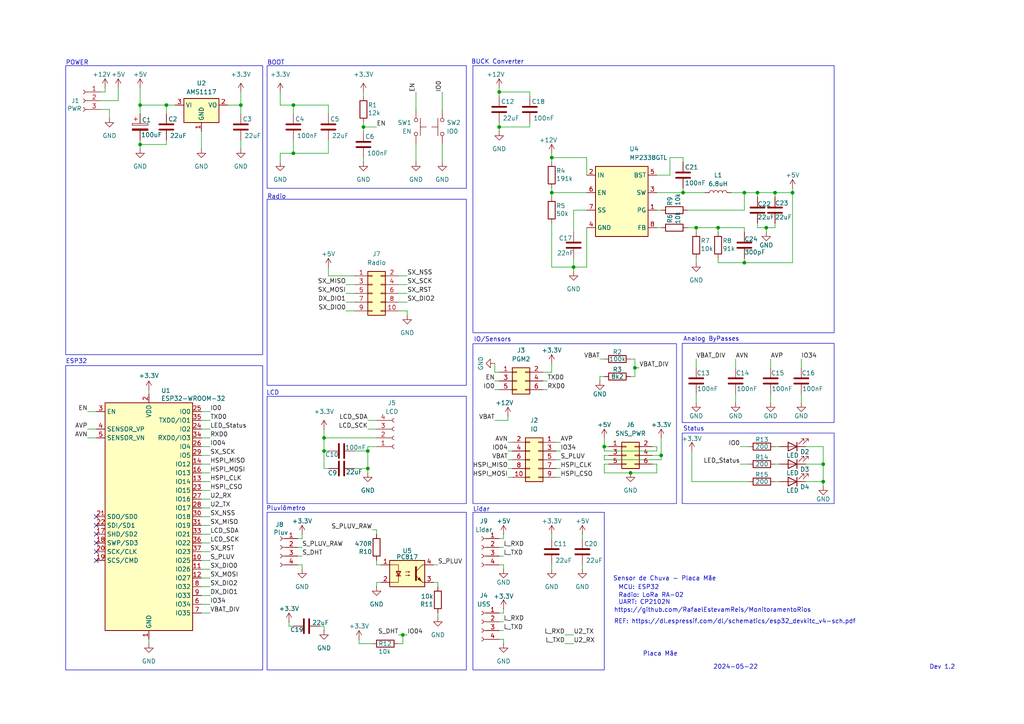
<source format=kicad_sch>
(kicad_sch (version 20231120) (generator "eeschema") (generator_version "8.0")
  (paper "A4")
  (junction (at 224.79 55.88))
  (junction (at 69.85 30.48))
  (junction (at 40.64 41.91))
  (junction (at 116.84 184.15))
  (junction (at 238.76 134.62))
  (junction (at 191.77 132.08))
  (junction (at 175.26 129.54))
  (junction (at 85.09 30.48))
  (junction (at 144.78 26.67))
  (junction (at 48.26 30.48))
  (junction (at 93.98 130.81))
  (junction (at 106.68 135.89))
  (junction (at 106.68 130.81))
  (junction (at 184.15 106.68))
  (junction (at 166.37 77.47))
  (junction (at 182.88 137.16))
  (junction (at 229.87 55.88))
  (junction (at 215.9 76.2))
  (junction (at 144.78 36.83))
  (junction (at 219.71 55.88))
  (junction (at 215.9 55.88))
  (junction (at 198.12 55.88))
  (junction (at 105.41 36.83))
  (junction (at 222.25 66.04))
  (junction (at 85.09 44.45))
  (junction (at 160.02 55.88))
  (junction (at 238.76 139.7))
  (junction (at 208.28 66.04))
  (junction (at 201.93 66.04))
  (junction (at 40.64 30.48))
  (junction (at 93.98 127))
  (junction (at 160.02 45.72))
  (no_connect (at 27.94 160.02))
  (no_connect (at 27.94 149.86))
  (no_connect (at 27.94 162.56))
  (no_connect (at 27.94 152.4))
  (no_connect (at 27.94 157.48))
  (no_connect (at 27.94 154.94))
  (wire (pts (xy 81.28 26.67) (xy 81.28 30.48)))
  (wire (pts (xy 127 177.8) (xy 127 179.07)))
  (wire (pts (xy 160.02 55.88) (xy 170.18 55.88)))
  (wire (pts (xy 58.42 147.32) (xy 60.96 147.32)))
  (wire (pts (xy 93.98 130.81) (xy 93.98 127)))
  (wire (pts (xy 58.42 142.24) (xy 60.96 142.24)))
  (wire (pts (xy 144.78 177.8) (xy 146.05 177.8)))
  (wire (pts (xy 106.68 124.46) (xy 109.22 124.46)))
  (wire (pts (xy 66.04 30.48) (xy 69.85 30.48)))
  (wire (pts (xy 100.33 85.09) (xy 102.87 85.09)))
  (wire (pts (xy 215.9 60.96) (xy 215.9 55.88)))
  (wire (pts (xy 106.68 129.54) (xy 109.22 129.54)))
  (wire (pts (xy 48.26 40.64) (xy 48.26 41.91)))
  (wire (pts (xy 104.14 185.42) (xy 104.14 186.69)))
  (wire (pts (xy 144.78 36.83) (xy 144.78 38.1)))
  (wire (pts (xy 160.02 163.83) (xy 160.02 165.1)))
  (wire (pts (xy 224.79 66.04) (xy 224.79 64.77)))
  (wire (pts (xy 115.57 85.09) (xy 118.11 85.09)))
  (wire (pts (xy 93.98 130.81) (xy 95.25 130.81)))
  (wire (pts (xy 175.26 127) (xy 175.26 129.54)))
  (wire (pts (xy 233.68 134.62) (xy 238.76 134.62)))
  (wire (pts (xy 175.26 137.16) (xy 182.88 137.16)))
  (wire (pts (xy 160.02 107.95) (xy 157.48 107.95)))
  (wire (pts (xy 144.78 26.67) (xy 144.78 27.94)))
  (wire (pts (xy 143.51 113.03) (xy 144.78 113.03)))
  (wire (pts (xy 100.33 82.55) (xy 102.87 82.55)))
  (wire (pts (xy 125.73 168.91) (xy 127 168.91)))
  (wire (pts (xy 58.42 119.38) (xy 60.96 119.38)))
  (wire (pts (xy 106.68 130.81) (xy 106.68 129.54)))
  (wire (pts (xy 58.42 172.72) (xy 60.96 172.72)))
  (wire (pts (xy 160.02 45.72) (xy 170.18 45.72)))
  (wire (pts (xy 83.82 181.61) (xy 85.09 181.61)))
  (wire (pts (xy 81.28 46.99) (xy 81.28 44.45)))
  (wire (pts (xy 58.42 139.7) (xy 60.96 139.7)))
  (wire (pts (xy 58.42 175.26) (xy 60.96 175.26)))
  (wire (pts (xy 147.32 128.27) (xy 148.59 128.27)))
  (wire (pts (xy 200.66 139.7) (xy 217.17 139.7)))
  (wire (pts (xy 182.88 137.16) (xy 190.5 137.16)))
  (wire (pts (xy 58.42 167.64) (xy 60.96 167.64)))
  (wire (pts (xy 102.87 135.89) (xy 106.68 135.89)))
  (wire (pts (xy 58.42 152.4) (xy 60.96 152.4)))
  (wire (pts (xy 147.32 121.92) (xy 147.32 120.65)))
  (wire (pts (xy 198.12 45.72) (xy 198.12 46.99)))
  (wire (pts (xy 109.22 168.91) (xy 110.49 168.91)))
  (wire (pts (xy 144.78 35.56) (xy 144.78 36.83)))
  (wire (pts (xy 160.02 46.99) (xy 160.02 45.72)))
  (wire (pts (xy 161.29 133.35) (xy 162.56 133.35)))
  (wire (pts (xy 214.63 129.54) (xy 217.17 129.54)))
  (wire (pts (xy 115.57 90.17) (xy 118.11 90.17)))
  (wire (pts (xy 170.18 50.8) (xy 170.18 45.72)))
  (wire (pts (xy 223.52 114.3) (xy 223.52 116.84)))
  (wire (pts (xy 144.78 180.34) (xy 146.05 180.34)))
  (wire (pts (xy 143.51 105.41) (xy 143.51 107.95)))
  (wire (pts (xy 166.37 74.93) (xy 166.37 77.47)))
  (wire (pts (xy 58.42 149.86) (xy 60.96 149.86)))
  (wire (pts (xy 102.87 130.81) (xy 106.68 130.81)))
  (wire (pts (xy 215.9 66.04) (xy 208.28 66.04)))
  (wire (pts (xy 95.25 80.01) (xy 102.87 80.01)))
  (wire (pts (xy 147.32 138.43) (xy 148.59 138.43)))
  (wire (pts (xy 190.5 130.81) (xy 175.26 130.81)))
  (wire (pts (xy 153.67 27.94) (xy 153.67 26.67)))
  (wire (pts (xy 163.83 184.15) (xy 166.37 184.15)))
  (wire (pts (xy 58.42 38.1) (xy 58.42 43.18)))
  (wire (pts (xy 194.31 50.8) (xy 194.31 45.72)))
  (wire (pts (xy 199.39 60.96) (xy 215.9 60.96)))
  (wire (pts (xy 34.29 29.21) (xy 34.29 25.4)))
  (wire (pts (xy 105.41 45.72) (xy 105.41 46.99)))
  (wire (pts (xy 120.65 41.91) (xy 120.65 46.99)))
  (wire (pts (xy 219.71 55.88) (xy 219.71 57.15)))
  (wire (pts (xy 160.02 154.94) (xy 160.02 156.21)))
  (wire (pts (xy 146.05 177.8) (xy 146.05 176.53)))
  (wire (pts (xy 40.64 25.4) (xy 40.64 30.48)))
  (wire (pts (xy 200.66 130.81) (xy 200.66 139.7)))
  (wire (pts (xy 58.42 154.94) (xy 60.96 154.94)))
  (wire (pts (xy 100.33 90.17) (xy 102.87 90.17)))
  (wire (pts (xy 153.67 36.83) (xy 144.78 36.83)))
  (wire (pts (xy 157.48 113.03) (xy 158.75 113.03)))
  (wire (pts (xy 95.25 30.48) (xy 95.25 33.02)))
  (wire (pts (xy 106.68 135.89) (xy 106.68 130.81)))
  (wire (pts (xy 81.28 44.45) (xy 85.09 44.45)))
  (wire (pts (xy 143.51 110.49) (xy 144.78 110.49)))
  (wire (pts (xy 109.22 170.18) (xy 109.22 168.91)))
  (wire (pts (xy 238.76 139.7) (xy 238.76 140.97)))
  (wire (pts (xy 160.02 64.77) (xy 160.02 77.47)))
  (wire (pts (xy 215.9 74.93) (xy 215.9 76.2)))
  (wire (pts (xy 30.48 26.67) (xy 29.21 26.67)))
  (wire (pts (xy 93.98 182.88) (xy 93.98 181.61)))
  (wire (pts (xy 224.79 139.7) (xy 226.06 139.7)))
  (wire (pts (xy 58.42 157.48) (xy 60.96 157.48)))
  (wire (pts (xy 115.57 184.15) (xy 116.84 184.15)))
  (wire (pts (xy 223.52 104.14) (xy 223.52 106.68)))
  (wire (pts (xy 232.41 104.14) (xy 232.41 106.68)))
  (wire (pts (xy 29.21 29.21) (xy 34.29 29.21)))
  (wire (pts (xy 201.93 114.3) (xy 201.93 116.84)))
  (wire (pts (xy 58.42 137.16) (xy 60.96 137.16)))
  (wire (pts (xy 48.26 30.48) (xy 50.8 30.48)))
  (wire (pts (xy 58.42 134.62) (xy 60.96 134.62)))
  (wire (pts (xy 238.76 134.62) (xy 238.76 139.7)))
  (wire (pts (xy 109.22 153.67) (xy 109.22 154.94)))
  (wire (pts (xy 168.91 154.94) (xy 168.91 156.21)))
  (wire (pts (xy 30.48 25.4) (xy 30.48 26.67)))
  (wire (pts (xy 106.68 121.92) (xy 109.22 121.92)))
  (wire (pts (xy 166.37 77.47) (xy 170.18 77.47)))
  (wire (pts (xy 87.63 163.83) (xy 87.63 165.1)))
  (wire (pts (xy 85.09 44.45) (xy 95.25 44.45)))
  (wire (pts (xy 105.41 27.94) (xy 105.41 26.67)))
  (wire (pts (xy 43.18 185.42) (xy 43.18 186.69)))
  (wire (pts (xy 175.26 133.35) (xy 191.77 133.35)))
  (wire (pts (xy 104.14 186.69) (xy 107.95 186.69)))
  (wire (pts (xy 175.26 132.08) (xy 175.26 133.35)))
  (wire (pts (xy 143.51 121.92) (xy 147.32 121.92)))
  (wire (pts (xy 69.85 30.48) (xy 69.85 33.02)))
  (wire (pts (xy 176.53 134.62) (xy 175.26 134.62)))
  (wire (pts (xy 175.26 130.81) (xy 175.26 129.54)))
  (wire (pts (xy 95.25 44.45) (xy 95.25 40.64)))
  (wire (pts (xy 69.85 26.67) (xy 69.85 30.48)))
  (wire (pts (xy 109.22 163.83) (xy 109.22 162.56)))
  (wire (pts (xy 182.88 104.14) (xy 184.15 104.14)))
  (wire (pts (xy 215.9 66.04) (xy 215.9 67.31)))
  (wire (pts (xy 115.57 80.01) (xy 118.11 80.01)))
  (wire (pts (xy 105.41 36.83) (xy 109.22 36.83)))
  (wire (pts (xy 85.09 30.48) (xy 95.25 30.48)))
  (wire (pts (xy 85.09 40.64) (xy 85.09 44.45)))
  (wire (pts (xy 153.67 35.56) (xy 153.67 36.83)))
  (wire (pts (xy 224.79 134.62) (xy 226.06 134.62)))
  (wire (pts (xy 190.5 50.8) (xy 194.31 50.8)))
  (wire (pts (xy 175.26 134.62) (xy 175.26 137.16)))
  (wire (pts (xy 93.98 127) (xy 109.22 127)))
  (wire (pts (xy 31.75 31.75) (xy 31.75 34.29)))
  (wire (pts (xy 215.9 76.2) (xy 229.87 76.2)))
  (wire (pts (xy 161.29 135.89) (xy 162.56 135.89)))
  (wire (pts (xy 201.93 74.93) (xy 201.93 76.2)))
  (wire (pts (xy 224.79 129.54) (xy 226.06 129.54)))
  (wire (pts (xy 160.02 44.45) (xy 160.02 45.72)))
  (wire (pts (xy 69.85 40.64) (xy 69.85 43.18)))
  (wire (pts (xy 58.42 177.8) (xy 60.96 177.8)))
  (wire (pts (xy 58.42 124.46) (xy 60.96 124.46)))
  (wire (pts (xy 214.63 134.62) (xy 217.17 134.62)))
  (wire (pts (xy 147.32 135.89) (xy 148.59 135.89)))
  (wire (pts (xy 229.87 76.2) (xy 229.87 55.88)))
  (wire (pts (xy 115.57 82.55) (xy 118.11 82.55)))
  (wire (pts (xy 208.28 76.2) (xy 215.9 76.2)))
  (wire (pts (xy 40.64 33.02) (xy 40.64 30.48)))
  (wire (pts (xy 58.42 170.18) (xy 60.96 170.18)))
  (wire (pts (xy 222.25 66.04) (xy 224.79 66.04)))
  (wire (pts (xy 58.42 160.02) (xy 60.96 160.02)))
  (wire (pts (xy 201.93 66.04) (xy 201.93 67.31)))
  (wire (pts (xy 199.39 66.04) (xy 201.93 66.04)))
  (wire (pts (xy 93.98 135.89) (xy 95.25 135.89)))
  (wire (pts (xy 118.11 87.63) (xy 115.57 87.63)))
  (wire (pts (xy 190.5 66.04) (xy 191.77 66.04)))
  (wire (pts (xy 160.02 105.41) (xy 160.02 107.95)))
  (wire (pts (xy 85.09 30.48) (xy 85.09 33.02)))
  (wire (pts (xy 25.4 124.46) (xy 27.94 124.46)))
  (wire (pts (xy 58.42 162.56) (xy 60.96 162.56)))
  (wire (pts (xy 58.42 127) (xy 60.96 127)))
  (wire (pts (xy 25.4 127) (xy 27.94 127)))
  (wire (pts (xy 43.18 113.03) (xy 43.18 114.3)))
  (wire (pts (xy 189.23 129.54) (xy 190.5 129.54)))
  (wire (pts (xy 87.63 156.21) (xy 86.36 156.21)))
  (wire (pts (xy 176.53 132.08) (xy 175.26 132.08)))
  (wire (pts (xy 184.15 106.68) (xy 185.42 106.68)))
  (wire (pts (xy 105.41 35.56) (xy 105.41 36.83)))
  (wire (pts (xy 128.27 26.67) (xy 128.27 31.75)))
  (wire (pts (xy 213.36 114.3) (xy 213.36 116.84)))
  (wire (pts (xy 175.26 129.54) (xy 176.53 129.54)))
  (wire (pts (xy 170.18 66.04) (xy 170.18 77.47)))
  (wire (pts (xy 86.36 163.83) (xy 87.63 163.83)))
  (wire (pts (xy 120.65 26.67) (xy 120.65 31.75)))
  (wire (pts (xy 83.82 180.34) (xy 83.82 181.61)))
  (wire (pts (xy 93.98 181.61) (xy 92.71 181.61)))
  (wire (pts (xy 194.31 45.72) (xy 198.12 45.72)))
  (wire (pts (xy 118.11 90.17) (xy 118.11 91.44)))
  (wire (pts (xy 229.87 54.61) (xy 229.87 55.88)))
  (wire (pts (xy 116.84 184.15) (xy 118.11 184.15)))
  (wire (pts (xy 100.33 87.63) (xy 102.87 87.63)))
  (wire (pts (xy 95.25 77.47) (xy 95.25 80.01)))
  (wire (pts (xy 173.99 109.22) (xy 175.26 109.22)))
  (wire (pts (xy 201.93 104.14) (xy 201.93 106.68)))
  (wire (pts (xy 40.64 30.48) (xy 48.26 30.48)))
  (wire (pts (xy 87.63 154.94) (xy 87.63 156.21)))
  (wire (pts (xy 198.12 55.88) (xy 198.12 54.61)))
  (wire (pts (xy 198.12 55.88) (xy 204.47 55.88)))
  (wire (pts (xy 208.28 74.93) (xy 208.28 76.2)))
  (wire (pts (xy 161.29 128.27) (xy 162.56 128.27)))
  (wire (pts (xy 116.84 186.69) (xy 116.84 184.15)))
  (wire (pts (xy 93.98 124.46) (xy 93.98 127)))
  (wire (pts (xy 115.57 186.69) (xy 116.84 186.69)))
  (wire (pts (xy 190.5 134.62) (xy 189.23 134.62)))
  (wire (pts (xy 212.09 55.88) (xy 215.9 55.88)))
  (wire (pts (xy 58.42 121.92) (xy 60.96 121.92)))
  (wire (pts (xy 107.95 153.67) (xy 109.22 153.67)))
  (wire (pts (xy 146.05 185.42) (xy 146.05 186.69)))
  (wire (pts (xy 40.64 41.91) (xy 40.64 43.18)))
  (wire (pts (xy 144.78 158.75) (xy 146.05 158.75)))
  (wire (pts (xy 153.67 26.67) (xy 144.78 26.67)))
  (wire (pts (xy 219.71 64.77) (xy 219.71 66.04)))
  (wire (pts (xy 110.49 163.83) (xy 109.22 163.83)))
  (wire (pts (xy 29.21 31.75) (xy 31.75 31.75)))
  (wire (pts (xy 157.48 110.49) (xy 158.75 110.49)))
  (wire (pts (xy 86.36 158.75) (xy 87.63 158.75)))
  (wire (pts (xy 48.26 30.48) (xy 48.26 33.02)))
  (wire (pts (xy 215.9 55.88) (xy 219.71 55.88)))
  (wire (pts (xy 213.36 104.14) (xy 213.36 106.68)))
  (wire (pts (xy 160.02 54.61) (xy 160.02 55.88)))
  (wire (pts (xy 233.68 129.54) (xy 238.76 129.54)))
  (wire (pts (xy 147.32 130.81) (xy 148.59 130.81)))
  (wire (pts (xy 219.71 55.88) (xy 224.79 55.88)))
  (wire (pts (xy 166.37 60.96) (xy 166.37 67.31)))
  (wire (pts (xy 81.28 30.48) (xy 85.09 30.48)))
  (wire (pts (xy 93.98 135.89) (xy 93.98 130.81)))
  (wire (pts (xy 163.83 186.69) (xy 166.37 186.69)))
  (wire (pts (xy 184.15 109.22) (xy 182.88 109.22)))
  (wire (pts (xy 144.78 161.29) (xy 146.05 161.29)))
  (wire (pts (xy 146.05 156.21) (xy 146.05 154.94)))
  (wire (pts (xy 190.5 129.54) (xy 190.5 130.81)))
  (wire (pts (xy 201.93 66.04) (xy 208.28 66.04)))
  (wire (pts (xy 127 168.91) (xy 127 170.18)))
  (wire (pts (xy 173.99 109.22) (xy 173.99 110.49)))
  (wire (pts (xy 40.64 40.64) (xy 40.64 41.91)))
  (wire (pts (xy 238.76 129.54) (xy 238.76 134.62)))
  (wire (pts (xy 125.73 163.83) (xy 127 163.83)))
  (wire (pts (xy 144.78 156.21) (xy 146.05 156.21)))
  (wire (pts (xy 184.15 106.68) (xy 184.15 109.22)))
  (wire (pts (xy 166.37 78.74) (xy 166.37 77.47)))
  (wire (pts (xy 160.02 55.88) (xy 160.02 57.15)))
  (wire (pts (xy 219.71 66.04) (xy 222.25 66.04)))
  (wire (pts (xy 190.5 137.16) (xy 190.5 134.62)))
  (wire (pts (xy 128.27 41.91) (xy 128.27 46.99)))
  (wire (pts (xy 25.4 119.38) (xy 27.94 119.38)))
  (wire (pts (xy 40.64 41.91) (xy 48.26 41.91)))
  (wire (pts (xy 147.32 133.35) (xy 148.59 133.35)))
  (wire (pts (xy 86.36 161.29) (xy 87.63 161.29)))
  (wire (pts (xy 173.99 104.14) (xy 175.26 104.14)))
  (wire (pts (xy 222.25 66.04) (xy 222.25 67.31)))
  (wire (pts (xy 191.77 133.35) (xy 191.77 132.08)))
  (wire (pts (xy 168.91 163.83) (xy 168.91 165.1)))
  (wire (pts (xy 143.51 107.95) (xy 144.78 107.95)))
  (wire (pts (xy 106.68 137.16) (xy 106.68 135.89)))
  (wire (pts (xy 58.42 144.78) (xy 60.96 144.78)))
  (wire (pts (xy 146.05 163.83) (xy 146.05 165.1)))
  (wire (pts (xy 144.78 185.42) (xy 146.05 185.42)))
  (wire (pts (xy 144.78 163.83) (xy 146.05 163.83)))
  (wire (pts (xy 105.41 36.83) (xy 105.41 38.1)))
  (wire (pts (xy 170.18 60.96) (xy 166.37 60.96)))
  (wire (pts (xy 161.29 138.43) (xy 162.56 138.43)))
  (wire (pts (xy 144.78 25.4) (xy 144.78 26.67)))
  (wire (pts (xy 161.29 130.81) (xy 162.56 130.81)))
  (wire (pts (xy 224.79 55.88) (xy 229.87 55.88)))
  (wire (pts (xy 190.5 60.96) (xy 191.77 60.96)))
  (wire (pts (xy 58.42 129.54) (xy 60.96 129.54)))
  (wire (pts (xy 190.5 55.88) (xy 198.12 55.88)))
  (wire (pts (xy 232.41 114.3) (xy 232.41 116.84)))
  (wire (pts (xy 160.02 77.47) (xy 166.37 77.47)))
  (wire (pts (xy 184.15 104.14) (xy 184.15 106.68)))
  (wire (pts (xy 58.42 165.1) (xy 60.96 165.1)))
  (wire (pts (xy 58.42 132.08) (xy 60.96 132.08)))
  (wire (pts (xy 191.77 127) (xy 191.77 132.08)))
  (wire (pts (xy 144.78 182.88) (xy 146.05 182.88)))
  (wire (pts (xy 224.79 55.88) (xy 224.79 57.15)))
  (wire (pts (xy 191.77 132.08) (xy 189.23 132.08)))
  (wire (pts (xy 208.28 66.04) (xy 208.28 67.31)))
  (wire (pts (xy 233.68 139.7) (xy 238.76 139.7)))
  (rectangle (start 77.47 148.59) (end 135.255 194.31))
  (rectangle (start 77.47 114.935) (end 135.255 146.05))
  (rectangle (start 77.47 19.05) (end 135.255 54.61))
  (rectangle (start 19.05 106.045) (end 76.2 194.31))
  (rectangle (start 137.16 99.695) (end 196.215 146.05))
  (rectangle (start 137.16 148.59) (end 175.26 194.31))
  (rectangle (start 19.05 19.05) (end 76.2 102.87))
  (rectangle (start 197.866 99.568) (end 241.935 122.555))
  (rectangle (start 137.16 19.05) (end 241.935 96.52))
  (rectangle (start 197.866 125.603) (end 241.935 146.05))
  (rectangle (start 77.47 57.785) (end 135.255 111.76))
  (text "IO/Sensors" (at 137.414 98.552 0) (effects (font (size 1.27 1.27)) (justify left)))
  (text "BOOT" (at 77.47 18.288 0) (effects (font (size 1.27 1.27)) (justify left)))
  (text "Pluviômetro" (at 77.216 147.574 0) (effects (font (size 1.27 1.27)) (justify left)))
  (text "Lidar" (at 137.16 147.828 0) (effects (font (size 1.27 1.27)) (justify left)))
  (text "Status" (at 198.12 124.46 0) (effects (font (size 1.27 1.27)) (justify left)))
  (text "Placa Mãe" (at 191.516 189.738 0) (effects (font (size 1.27 1.27))))
  (text "https://github.com/RafaelEstevamReis/MonitoramentoRios" (at 178.054 177.038 0) (effects (font (size 1.27 1.27)) (justify left)))
  (text "2024-05-22" (at 213.36 193.548 0) (effects (font (size 1.27 1.27))))
  (text "LCD" (at 77.216 114.046 0) (effects (font (size 1.27 1.27)) (justify left)))
  (text "Dev 1.2" (at 273.304 193.548 0) (effects (font (size 1.27 1.27))))
  (text "Radio: LoRa RA-02" (at 179.324 172.72 0) (effects (font (size 1.27 1.27)) (justify left)))
  (text "Analog ByPasses" (at 198.12 98.425 0) (effects (font (size 1.27 1.27)) (justify left)))
  (text "UART: CP2102N" (at 179.324 174.752 0) (effects (font (size 1.27 1.27)) (justify left)))
  (text "Radio" (at 77.47 57.15 0) (effects (font (size 1.27 1.27)) (justify left)))
  (text "MCU: ESP32" (at 179.324 170.434 0) (effects (font (size 1.27 1.27)) (justify left)))
  (text "BUCK Converter" (at 136.652 18.034 0) (effects (font (size 1.27 1.27)) (justify left)))
  (text "Sensor de Chuva - Placa Mãe" (at 177.8 167.894 0) (effects (font (size 1.27 1.27)) (justify left)))
  (text "POWER" (at 19.05 18.288 0) (effects (font (size 1.27 1.27)) (justify left)))
  (text "ESP32" (at 19.05 104.902 0) (effects (font (size 1.27 1.27)) (justify left)))
  (text "REF: https://dl.espressif.com/dl/schematics/esp32_devkitc_v4-sch.pdf" (at 178.054 180.34 0) (effects (font (size 1.27 1.27)) (justify left)))
  (label "LCD_SDA" (at 60.96 154.94 0))
  (label "SX_MOSI" (at 60.96 167.64 0))
  (label "RXD0" (at 60.96 127 0))
  (label "LED_Status" (at 214.63 134.62 180))
  (label "U2_TX" (at 166.37 184.15 0))
  (label "IO34" (at 60.96 175.26 0))
  (label "IO0" (at 128.27 26.67 90))
  (label "S_PLUV" (at 127 163.83 0))
  (label "SX_MISO" (at 60.96 152.4 0))
  (label "AVP" (at 223.52 104.14 0))
  (label "HSPI_CLK" (at 162.56 135.89 0))
  (label "LCD_SDA" (at 106.68 121.92 180))
  (label "DX_DIO1" (at 100.33 87.63 180))
  (label "HSPI_MOSI" (at 60.96 137.16 0))
  (label "SX_SCK" (at 118.11 82.55 0))
  (label "SX_DIO2" (at 118.11 87.63 0))
  (label "SX_SCK" (at 60.96 132.08 0))
  (label "SX_RST" (at 118.11 85.09 0))
  (label "IO0" (at 60.96 119.38 0))
  (label "HSPI_MOSI" (at 147.32 138.43 180))
  (label "SX_NSS" (at 118.11 80.01 0))
  (label "LED_Status" (at 60.96 124.46 0))
  (label "VBAT" (at 147.32 133.35 180))
  (label "L_RXD" (at 163.83 184.15 180))
  (label "AVN" (at 25.4 127 180))
  (label "TXD0" (at 158.75 110.49 0))
  (label "EN" (at 25.4 119.38 180))
  (label "IO0" (at 143.51 113.03 180))
  (label "IO04" (at 118.11 184.15 0))
  (label "L_RXD" (at 146.05 180.34 0))
  (label "S_PLUV" (at 162.56 133.35 0))
  (label "S_DHT" (at 115.57 184.15 180))
  (label "U2_RX" (at 166.37 186.69 0))
  (label "SX_RST" (at 60.96 160.02 0))
  (label "AVP" (at 25.4 124.46 180))
  (label "VBAT_DIV" (at 201.93 104.14 0))
  (label "AVP" (at 162.56 128.27 0))
  (label "IO0" (at 214.63 129.54 180))
  (label "LCD_SCK" (at 60.96 157.48 0))
  (label "EN" (at 109.22 36.83 0))
  (label "AVN" (at 147.32 128.27 180))
  (label "L_TXD" (at 146.05 182.88 0))
  (label "RXD0" (at 158.75 113.03 0))
  (label "HSPI_CSO" (at 162.56 138.43 0))
  (label "SX_MOSI" (at 100.33 85.09 180))
  (label "VBAT" (at 143.51 121.92 180))
  (label "VBAT" (at 173.99 104.14 180))
  (label "VBAT_DIV" (at 185.42 106.68 0))
  (label "IO34" (at 232.41 104.14 0))
  (label "S_PLUV_RAW" (at 87.63 158.75 0))
  (label "SX_DIO0" (at 60.96 165.1 0))
  (label "U2_TX" (at 60.96 147.32 0))
  (label "EN" (at 120.65 26.67 90))
  (label "HSPI_CLK" (at 60.96 139.7 0))
  (label "IO04" (at 60.96 129.54 0))
  (label "DX_DIO1" (at 60.96 172.72 0))
  (label "L_TXD" (at 163.83 186.69 180))
  (label "SX_DIO2" (at 60.96 170.18 0))
  (label "VBAT_DIV" (at 60.96 177.8 0))
  (label "S_DHT" (at 87.63 161.29 0))
  (label "L_TXD" (at 146.05 161.29 0))
  (label "IO34" (at 162.56 130.81 0))
  (label "S_PLUV" (at 60.96 162.56 0))
  (label "SX_MISO" (at 100.33 82.55 180))
  (label "HSPI_CSO" (at 60.96 142.24 0))
  (label "LCD_SCK" (at 106.68 124.46 180))
  (label "U2_RX" (at 60.96 144.78 0))
  (label "IO04" (at 147.32 130.81 180))
  (label "SX_NSS" (at 60.96 149.86 0))
  (label "EN" (at 143.51 110.49 180))
  (label "HSPI_MISO" (at 147.32 135.89 180))
  (label "S_PLUV_RAW" (at 107.95 153.67 180))
  (label "AVN" (at 213.36 104.14 0))
  (label "L_RXD" (at 146.05 158.75 0))
  (label "HSPI_MISO" (at 60.96 134.62 0))
  (label "TXD0" (at 60.96 121.92 0))
  (label "SX_DIO0" (at 100.33 90.17 180))
  (symbol (lib_id "power:GND") (at 118.11 91.44 0) (unit 1)
    (property "Reference" "#PWR015" (effects (hide yes)))
    (property "Value" "GND" (at 118.11 96.52 0))
    (property "Description" "Power symbol creates a global label with name \"GND\" , ground" (effects (hide yes)))
  )
  (symbol (lib_id "power:GND") (at 40.64 43.18 0) (unit 1)
    (property "Reference" "#PWR05" (effects (hide yes)))
    (property "Value" "GND" (at 40.64 48.26 0))
    (property "Description" "Power symbol creates a global label with name \"GND\" , ground" (effects (hide yes)))
  )
  (symbol (lib_id "power:+5V") (at 146.05 154.94 0) (unit 1)
    (property "Reference" "#PWR046" (effects (hide yes)))
    (property "Value" "+5V" (at 146.05 151.13 0))
    (property "Description" "Power symbol creates a global label with name \"+5V\"" (effects (hide yes)))
  )
  (symbol (lib_id "power:+3.3V") (at 69.85 26.67 0) (mirror y) (unit 1)
    (property "Reference" "#PWR039" (effects (hide yes)))
    (property "Value" "+3.3V" (at 69.85 21.59 0))
    (property "Description" "Power symbol creates a global label with name \"+3.3V\"" (effects (hide yes)))
  )
  (symbol (lib_id "Device:R") (at 127 173.99 180) (unit 1)
    (property "Reference" "R11" (at 125.73 175.26 0) (effects (justify left)))
    (property "Value" "10k" (at 125.73 172.974 0) (effects (justify left)))
    (property "Footprint" "Resistor_SMD:R_0805_2012Metric_Pad1.20x1.40mm_HandSolder" (effects (hide yes)))
    (property "Description" "Resistor" (effects (hide yes)))
  )
  (symbol (lib_id "power:GND") (at 87.63 165.1 0) (unit 1)
    (property "Reference" "#PWR041" (effects (hide yes)))
    (property "Value" "GND" (at 87.63 170.18 0))
    (property "Description" "Power symbol creates a global label with name \"GND\" , ground" (effects (hide yes)))
  )
  (symbol (lib_id "power:GND") (at 109.22 170.18 0) (unit 1)
    (property "Reference" "#PWR044" (effects (hide yes)))
    (property "Value" "GND" (at 109.22 175.26 0))
    (property "Description" "Power symbol creates a global label with name \"GND\" , ground" (effects (hide yes)))
  )
  (symbol (lib_id "Device:R") (at 220.98 139.7 270) (unit 1)
    (property "Reference" "R15" (at 220.98 137.668 90))
    (property "Value" "200" (at 220.98 139.7 90))
    (property "Footprint" "Resistor_SMD:R_0805_2012Metric_Pad1.20x1.40mm_HandSolder" (effects (hide yes)))
    (property "Description" "Resistor" (effects (hide yes)))
  )
  (symbol (lib_id "power:GND") (at 93.98 182.88 0) (unit 1)
    (property "Reference" "#PWR043" (effects (hide yes)))
    (property "Value" "GND" (at 93.98 187.96 0))
    (property "Description" "Power symbol creates a global label with name \"GND\" , ground" (effects (hide yes)))
  )
  (symbol (lib_id "power:GND") (at 223.52 116.84 0) (unit 1)
    (property "Reference" "#PWR035" (effects (hide yes)))
    (property "Value" "GND" (at 223.52 120.65 0))
    (property "Description" "Power symbol creates a global label with name \"GND\" , ground" (effects (hide yes)))
  )
  (symbol (lib_id "power:+3.3V") (at 146.05 176.53 0) (unit 1)
    (property "Reference" "#PWR01" (effects (hide yes)))
    (property "Value" "+3.3V" (at 146.05 172.974 0))
    (property "Description" "Power symbol creates a global label with name \"+3.3V\"" (effects (hide yes)))
  )
  (symbol (lib_id "Connector:Conn_01x03_Socket") (at 24.13 29.21 0) (mirror y) (unit 1)
    (property "Reference" "J1" (at 21.844 29.21 0))
    (property "Value" "PWR" (at 21.59 31.496 0))
    (property "Footprint" "TerminalBlock_Phoenix:TerminalBlock_Phoenix_MKDS-1,5-3-5.08_1x03_P5.08mm_Horizontal" (effects (hide yes)))
    (property "Description" "Generic connector, single row, 01x03, script generated" (effects (hide yes)))
  )
  (symbol (lib_id "power:GND") (at 128.27 46.99 0) (unit 1)
    (property "Reference" "#PWR027" (effects (hide yes)))
    (property "Value" "GND" (at 128.27 52.07 0))
    (property "Description" "Power symbol creates a global label with name \"GND\" , ground" (effects (hide yes)))
  )
  (symbol (lib_id "Device:C") (at 213.36 110.49 180) (unit 1)
    (property "Reference" "C14" (at 215.392 108.204 0))
    (property "Value" "100nF" (at 216.662 112.776 0))
    (property "Footprint" "Capacitor_SMD:C_0805_2012Metric_Pad1.18x1.45mm_HandSolder" (effects (hide yes)))
    (property "Description" "Unpolarized capacitor" (effects (hide yes)))
  )
  (symbol (lib_id "power:GND") (at 160.02 165.1 0) (unit 1)
    (property "Reference" "#PWR029" (effects (hide yes)))
    (property "Value" "GND" (at 160.02 170.18 0))
    (property "Description" "Power symbol creates a global label with name \"GND\" , ground" (effects (hide yes)))
  )
  (symbol (lib_id "Device:C") (at 85.09 36.83 0) (unit 1)
    (property "Reference" "C4" (at 85.598 34.544 0) (effects (justify left)))
    (property "Value" "100nF" (at 86.106 39.37 0) (effects (justify left)))
    (property "Footprint" "Capacitor_SMD:C_0805_2012Metric_Pad1.18x1.45mm_HandSolder" (effects (hide yes)))
    (property "Description" "Unpolarized capacitor" (effects (hide yes)))
  )
  (symbol (lib_id "power:GND") (at 31.75 34.29 0) (unit 1)
    (property "Reference" "#PWR03" (effects (hide yes)))
    (property "Value" "GND" (at 31.75 39.37 0))
    (property "Description" "Power symbol creates a global label with name \"GND\" , ground" (effects (hide yes)))
  )
  (symbol (lib_id "Connector:Conn_01x04_Socket") (at 139.7 158.75 0) (mirror y) (unit 1)
    (property "Reference" "J9" (at 140.335 151.13 0))
    (property "Value" "Lidar" (at 140.335 153.67 0))
    (property "Footprint" "Connector_JST:JST_PH_B4B-PH-K_1x04_P2.00mm_Vertical" (effects (hide yes)))
    (property "Description" "Generic connector, single row, 01x04, script generated" (effects (hide yes)))
  )
  (symbol (lib_id "power:GND") (at 58.42 43.18 0) (unit 1)
    (property "Reference" "#PWR08" (effects (hide yes)))
    (property "Value" "GND" (at 58.42 48.26 0))
    (property "Description" "Power symbol creates a global label with name \"GND\" , ground" (effects (hide yes)))
  )
  (symbol (lib_id "power:+12V") (at 30.48 25.4 0) (unit 1)
    (property "Reference" "#PWR030" (effects (hide yes)))
    (property "Value" "+12V" (at 29.464 21.59 0))
    (property "Description" "Power symbol creates a global label with name \"+12V\"" (effects (hide yes)))
  )
  (symbol (lib_id "power:GND") (at 238.76 140.97 0) (unit 1)
    (property "Reference" "#PWR038" (effects (hide yes)))
    (property "Value" "GND" (at 238.76 144.78 0))
    (property "Description" "Power symbol creates a global label with name \"GND\" , ground" (effects (hide yes)))
  )
  (symbol (lib_id "Device:C") (at 153.67 31.75 0) (unit 1)
    (property "Reference" "C18" (at 154.178 29.464 0) (effects (justify left)))
    (property "Value" "100nF" (at 154.686 34.29 0) (effects (justify left)))
    (property "Footprint" "Capacitor_SMD:C_0805_2012Metric_Pad1.18x1.45mm_HandSolder" (effects (hide yes)))
    (property "Description" "Unpolarized capacitor" (effects (hide yes)))
  )
  (symbol (lib_id "RF_Module:ESP32-WROOM-32") (at 43.18 149.86 0) (unit 1)
    (property "Reference" "U1" (at 46.736 113.284 0) (effects (justify left)))
    (property "Value" "ESP32-WROOM-32" (at 46.736 115.57 0) (effects (justify left)))
    (property "Footprint" "RF_Module:ESP32-WROOM-32" (effects (hide yes)))
    (property "Datasheet" "https://www.espressif.com/sites/default/files/documentation/esp32-wroom-32_datasheet_en.pdf" (effects (hide yes)))
    (property "Description" "RF Module, ESP32-D0WDQ6 SoC, Wi-Fi 802.11b/g/n, Bluetooth, BLE, 32-bit, 2.7-3.6V, onboard antenna, SMD" (effects (hide yes)))
  )
  (symbol (lib_id "power:GND") (at 213.36 116.84 0) (unit 1)
    (property "Reference" "#PWR034" (effects (hide yes)))
    (property "Value" "GND" (at 213.36 120.65 0))
    (property "Description" "Power symbol creates a global label with name \"GND\" , ground" (effects (hide yes)))
  )
  (symbol (lib_id "Device:C") (at 99.06 135.89 90) (mirror x) (unit 1)
    (property "Reference" "C9" (at 97.79 137.16 90) (effects (justify left)))
    (property "Value" "22uF" (at 105.156 136.906 90) (effects (justify left)))
    (property "Footprint" "Capacitor_SMD:C_0805_2012Metric_Pad1.18x1.45mm_HandSolder" (effects (hide yes)))
    (property "Description" "Unpolarized capacitor" (effects (hide yes)))
  )
  (symbol (lib_id "power:+12V") (at 160.02 44.45 0) (unit 1)
    (property "Reference" "#PWR031" (effects (hide yes)))
    (property "Value" "+12V" (at 159.004 40.64 0))
    (property "Description" "Power symbol creates a global label with name \"+12V\"" (effects (hide yes)))
  )
  (symbol (lib_id "Device:LED") (at 229.87 134.62 180) (unit 1)
    (property "Reference" "D3" (at 233.426 136.144 0))
    (property "Value" "LED" (at 229.87 137.16 0))
    (property "Footprint" "LED_SMD:LED_0805_2012Metric_Pad1.15x1.40mm_HandSolder" (effects (hide yes)))
    (property "Description" "Light emitting diode" (effects (hide yes)))
  )
  (symbol (lib_id "power:GND") (at 201.93 76.2 0) (unit 1)
    (property "Reference" "#PWR057" (effects (hide yes)))
    (property "Value" "GND" (at 201.93 81.28 0))
    (property "Description" "Power symbol creates a global label with name \"GND\" , ground" (effects (hide yes)))
  )
  (symbol (lib_id "Connector:Conn_01x04_Socket") (at 139.7 180.34 0) (mirror y) (unit 1)
    (property "Reference" "J4" (at 140.335 172.72 0))
    (property "Value" "USS" (at 140.335 175.26 0))
    (property "Footprint" "Connector_PinSocket_2.54mm:PinSocket_1x04_P2.54mm_Vertical" (effects (hide yes)))
    (property "Description" "Generic connector, single row, 01x04, script generated" (effects (hide yes)))
  )
  (symbol (lib_id "power:GND") (at 81.28 46.99 0) (unit 1)
    (property "Reference" "#PWR012" (effects (hide yes)))
    (property "Value" "GND" (at 81.28 52.07 0))
    (property "Description" "Power symbol creates a global label with name \"GND\" , ground" (effects (hide yes)))
  )
  (symbol (lib_id "Device:C") (at 160.02 160.02 0) (unit 1)
    (property "Reference" "C11" (at 160.528 157.734 0) (effects (justify left)))
    (property "Value" "22uF" (at 161.036 162.56 0) (effects (justify left)))
    (property "Footprint" "Capacitor_SMD:C_0805_2012Metric_Pad1.18x1.45mm_HandSolder" (effects (hide yes)))
    (property "Description" "Unpolarized capacitor" (effects (hide yes)))
  )
  (symbol (lib_id "power:+5V") (at 40.64 25.4 0) (unit 1)
    (property "Reference" "#PWR04" (effects (hide yes)))
    (property "Value" "+5V" (at 40.64 21.59 0))
    (property "Description" "Power symbol creates a global label with name \"+5V\"" (effects (hide yes)))
  )
  (symbol (lib_id "power:+3.3V") (at 43.18 113.03 0) (unit 1)
    (property "Reference" "#PWR06" (effects (hide yes)))
    (property "Value" "+3.3V" (at 43.18 108.966 0))
    (property "Description" "Power symbol creates a global label with name \"+3.3V\"" (effects (hide yes)))
  )
  (symbol (lib_id "power:+3.3V") (at 81.28 26.67 0) (unit 1)
    (property "Reference" "#PWR011" (effects (hide yes)))
    (property "Value" "+3.3V" (at 81.28 21.59 0))
    (property "Description" "Power symbol creates a global label with name \"+3.3V\"" (effects (hide yes)))
  )
  (symbol (lib_id "Connector:Conn_01x04_Socket") (at 81.28 158.75 0) (mirror y) (unit 1)
    (property "Reference" "J8" (at 82.296 152.146 0) (effects (justify left)))
    (property "Value" "Pluv" (at 83.566 154.432 0) (effects (justify left)))
    (property "Footprint" "TerminalBlock_Phoenix:TerminalBlock_Phoenix_MKDS-1,5-4-5.08_1x04_P5.08mm_Horizontal" (effects (hide yes)))
    (property "Description" "Generic connector, single row, 01x04, script generated" (effects (hide yes)))
  )
  (symbol (lib_id "power:+3.3V") (at 191.77 127 0) (unit 1)
    (property "Reference" "#PWR028" (effects (hide yes)))
    (property "Value" "+3.3V" (at 191.77 123.19 0))
    (property "Description" "Power symbol creates a global label with name \"+3.3V\"" (effects (hide yes)))
  )
  (symbol (lib_id "power:GND") (at 168.91 165.1 0) (unit 1)
    (property "Reference" "#PWR049" (effects (hide yes)))
    (property "Value" "GND" (at 168.91 170.18 0))
    (property "Description" "Power symbol creates a global label with name \"GND\" , ground" (effects (hide yes)))
  )
  (symbol (lib_id "power:+5V") (at 229.87 54.61 0) (unit 1)
    (property "Reference" "#PWR055" (effects (hide yes)))
    (property "Value" "+5V" (at 229.87 50.8 0))
    (property "Description" "Power symbol creates a global label with name \"+5V\"" (effects (hide yes)))
  )
  (symbol (lib_id "Device:C") (at 232.41 110.49 180) (unit 1)
    (property "Reference" "C16" (at 234.442 108.204 0))
    (property "Value" "100nF" (at 235.712 112.776 0))
    (property "Footprint" "Capacitor_SMD:C_0805_2012Metric_Pad1.18x1.45mm_HandSolder" (effects (hide yes)))
    (property "Description" "Unpolarized capacitor" (effects (hide yes)))
  )
  (symbol (lib_id "power:+3.3V") (at 87.63 154.94 0) (mirror y) (unit 1)
    (property "Reference" "#PWR040" (effects (hide yes)))
    (property "Value" "+3.3V" (at 87.63 151.13 0))
    (property "Description" "Power symbol creates a global label with name \"+3.3V\"" (effects (hide yes)))
  )
  (symbol (lib_id "Device:R") (at 160.02 50.8 0) (unit 1)
    (property "Reference" "R4" (at 161.29 49.53 0) (effects (justify left)))
    (property "Value" "191k" (at 161.29 51.816 0) (effects (justify left)))
    (property "Footprint" "Resistor_SMD:R_0805_2012Metric_Pad1.20x1.40mm_HandSolder" (effects (hide yes)))
    (property "Description" "Resistor" (effects (hide yes)))
  )
  (symbol (lib_id "Device:C") (at 69.85 36.83 0) (unit 1)
    (property "Reference" "C3" (at 70.358 34.544 0) (effects (justify left)))
    (property "Value" "22uF" (at 70.866 39.37 0) (effects (justify left)))
    (property "Footprint" "Capacitor_SMD:C_0805_2012Metric_Pad1.18x1.45mm_HandSolder" (effects (hide yes)))
    (property "Description" "Unpolarized capacitor" (effects (hide yes)))
  )
  (symbol (lib_id "Device:R") (at 201.93 71.12 0) (unit 1)
    (property "Reference" "R7" (at 203.2 69.85 0) (effects (justify left)))
    (property "Value" "10k" (at 203.2 72.136 0) (effects (justify left)))
    (property "Footprint" "Resistor_SMD:R_0805_2012Metric_Pad1.20x1.40mm_HandSolder" (effects (hide yes)))
    (property "Description" "Resistor" (effects (hide yes)))
  )
  (symbol (lib_id "power:+3.3V") (at 160.02 154.94 0) (unit 1)
    (property "Reference" "#PWR010" (effects (hide yes)))
    (property "Value" "+3.3V" (at 160.02 151.13 0))
    (property "Description" "Power symbol creates a global label with name \"+3.3V\"" (effects (hide yes)))
  )
  (symbol (lib_id "Device:C") (at 201.93 110.49 180) (unit 1)
    (property "Reference" "C13" (at 203.962 108.204 0))
    (property "Value" "100nF" (at 205.232 112.776 0))
    (property "Footprint" "Capacitor_SMD:C_0805_2012Metric_Pad1.18x1.45mm_HandSolder" (effects (hide yes)))
    (property "Description" "Unpolarized capacitor" (effects (hide yes)))
  )
  (symbol (lib_id "Device:R") (at 208.28 71.12 0) (unit 1)
    (property "Reference" "R8" (at 209.55 69.85 0) (effects (justify left)))
    (property "Value" "91k" (at 209.55 72.136 0) (effects (justify left)))
    (property "Footprint" "Resistor_SMD:R_0805_2012Metric_Pad1.20x1.40mm_HandSolder" (effects (hide yes)))
    (property "Description" "Resistor" (effects (hide yes)))
  )
  (symbol (lib_id "Device:L") (at 208.28 55.88 90) (unit 1)
    (property "Reference" "L1" (at 208.28 50.8 90))
    (property "Value" "6.8uH" (at 208.28 53.34 90))
    (property "Footprint" "Inductor_SMD:L_Wuerth_HCI-1040" (effects (hide yes)))
    (property "Description" "Inductor" (effects (hide yes)))
  )
  (symbol (lib_id "Device:R") (at 160.02 60.96 0) (unit 1)
    (property "Reference" "R5" (at 161.29 59.69 0) (effects (justify left)))
    (property "Value" "50k" (at 161.29 61.976 0) (effects (justify left)))
    (property "Footprint" "Resistor_SMD:R_0805_2012Metric_Pad1.20x1.40mm_HandSolder" (effects (hide yes)))
    (property "Description" "Resistor" (effects (hide yes)))
  )
  (symbol (lib_id "power:+12V") (at 144.78 25.4 0) (unit 1)
    (property "Reference" "#PWR032" (effects (hide yes)))
    (property "Value" "+12V" (at 143.764 21.59 0))
    (property "Description" "Power symbol creates a global label with name \"+12V\"" (effects (hide yes)))
  )
  (symbol (lib_id "power:+3.3V") (at 104.14 185.42 0) (mirror y) (unit 1)
    (property "Reference" "#PWR037" (effects (hide yes)))
    (property "Value" "+3.3V" (at 104.14 181.61 0))
    (property "Description" "Power symbol creates a global label with name \"+3.3V\"" (effects (hide yes)))
  )
  (symbol (lib_id "power:GND") (at 146.05 165.1 0) (unit 1)
    (property "Reference" "#PWR047" (effects (hide yes)))
    (property "Value" "GND" (at 146.05 168.91 0))
    (property "Description" "Power symbol creates a global label with name \"GND\" , ground" (effects (hide yes)))
  )
  (symbol (lib_id "Switch:SW_Push") (at 128.27 36.83 90) (unit 1)
    (property "Reference" "SW2" (at 129.54 35.5599 90) (effects (justify right)))
    (property "Value" "IO0" (at 129.54 38.0999 90) (effects (justify right)))
    (property "Footprint" "Button_Switch_SMD:SW_Push_1P1T_NO_6x6mm_H9.5mm" (effects (hide yes)))
    (property "Description" "Push button switch, generic, two pins" (effects (hide yes)))
  )
  (symbol (lib_id "power:GND") (at 120.65 46.99 0) (unit 1)
    (property "Reference" "#PWR025" (effects (hide yes)))
    (property "Value" "GND" (at 120.65 52.07 0))
    (property "Description" "Power symbol creates a global label with name \"GND\" , ground" (effects (hide yes)))
  )
  (symbol (lib_id "Connector_Generic:Conn_02x05_Odd_Even") (at 156.21 133.35 0) (mirror y) (unit 1)
    (property "Reference" "J2" (at 154.94 121.92 0))
    (property "Value" "IO" (at 154.94 124.46 0))
    (property "Footprint" "Connector_PinSocket_2.54mm:PinSocket_2x05_P2.54mm_Vertical" (effects (hide yes)))
    (property "Description" "Generic connector, double row, 02x05, odd/even pin numbering scheme (row 1 odd numbers, row 2 even numbers), script generated (kicad-library-utils/schlib/autogen/connector/)" (effects (hide yes)))
  )
  (symbol (lib_id "Device:C_Polarized") (at 40.64 36.83 0) (unit 1)
    (property "Reference" "C1" (at 41.148 34.798 0) (effects (justify left)))
    (property "Value" "100uF" (at 40.894 39.116 0) (effects (justify left)))
    (property "Footprint" "Capacitor_SMD:CP_Elec_6.3x5.7" (effects (hide yes)))
    (property "Description" "Polarized capacitor" (effects (hide yes)))
  )
  (symbol (lib_id "Switch:SW_Push") (at 120.65 36.83 270) (mirror x) (unit 1)
    (property "Reference" "SW1" (at 119.38 35.5599 90) (effects (justify right)))
    (property "Value" "EN" (at 119.38 38.0999 90) (effects (justify right)))
    (property "Footprint" "Button_Switch_SMD:SW_Push_1P1T_NO_6x6mm_H9.5mm" (effects (hide yes)))
    (property "Description" "Push button switch, generic, two pins" (effects (hide yes)))
  )
  (symbol (lib_id "Device:R") (at 105.41 31.75 0) (unit 1)
    (property "Reference" "R1" (at 106.68 30.48 0) (effects (justify left)))
    (property "Value" "12k" (at 106.68 32.766 0) (effects (justify left)))
    (property "Footprint" "Resistor_SMD:R_0805_2012Metric_Pad1.20x1.40mm_HandSolder" (effects (hide yes)))
    (property "Description" "Resistor" (effects (hide yes)))
  )
  (symbol (lib_id "Device:C") (at 144.78 31.75 0) (unit 1)
    (property "Reference" "C12" (at 145.288 29.464 0) (effects (justify left)))
    (property "Value" "22uF" (at 145.796 34.29 0) (effects (justify left)))
    (property "Footprint" "Capacitor_SMD:C_1206_3216Metric_Pad1.33x1.80mm_HandSolder" (effects (hide yes)))
    (property "Description" "Unpolarized capacitor" (effects (hide yes)))
  )
  (symbol (lib_id "Device:LED") (at 229.87 139.7 180) (unit 1)
    (property "Reference" "D4" (at 233.426 141.224 0))
    (property "Value" "LED" (at 229.87 142.24 0))
    (property "Footprint" "LED_SMD:LED_0805_2012Metric_Pad1.15x1.40mm_HandSolder" (effects (hide yes)))
    (property "Description" "Light emitting diode" (effects (hide yes)))
  )
  (symbol (lib_id "power:GND") (at 105.41 46.99 0) (unit 1)
    (property "Reference" "#PWR019" (effects (hide yes)))
    (property "Value" "GND" (at 105.41 52.07 0))
    (property "Description" "Power symbol creates a global label with name \"GND\" , ground" (effects (hide yes)))
  )
  (symbol (lib_id "Device:C") (at 198.12 50.8 0) (unit 1)
    (property "Reference" "C21" (at 198.628 48.514 0) (effects (justify left)))
    (property "Value" "100nF" (at 198.628 53.086 0) (effects (justify left)))
    (property "Footprint" "Capacitor_SMD:C_0805_2012Metric_Pad1.18x1.45mm_HandSolder" (effects (hide yes)))
    (property "Description" "Unpolarized capacitor" (effects (hide yes)))
  )
  (symbol (lib_id "power:+5V") (at 168.91 154.94 0) (unit 1)
    (property "Reference" "#PWR048" (effects (hide yes)))
    (property "Value" "+5V" (at 168.91 151.13 0))
    (property "Description" "Power symbol creates a global label with name \"+5V\"" (effects (hide yes)))
  )
  (symbol (lib_id "Device:C") (at 95.25 36.83 0) (unit 1)
    (property "Reference" "C5" (at 95.758 34.544 0) (effects (justify left)))
    (property "Value" "22uF" (at 96.266 39.37 0) (effects (justify left)))
    (property "Footprint" "Capacitor_SMD:C_1206_3216Metric_Pad1.33x1.80mm_HandSolder" (effects (hide yes)))
    (property "Description" "Unpolarized capacitor" (effects (hide yes)))
  )
  (symbol (lib_id "Device:R") (at 111.76 186.69 270) (unit 1)
    (property "Reference" "R12" (at 109.728 186.69 90) (effects (justify left)))
    (property "Value" "10k" (at 109.728 188.976 90) (effects (justify left)))
    (property "Footprint" "Resistor_SMD:R_0805_2012Metric_Pad1.20x1.40mm_HandSolder" (effects (hide yes)))
    (property "Description" "Resistor" (effects (hide yes)))
  )
  (symbol (lib_id "power:GND") (at 146.05 186.69 0) (unit 1)
    (property "Reference" "#PWR052" (effects (hide yes)))
    (property "Value" "GND" (at 146.05 191.77 0))
    (property "Description" "Power symbol creates a global label with name \"GND\" , ground" (effects (hide yes)))
  )
  (symbol (lib_id "power:+3.3V") (at 200.66 130.81 0) (unit 1)
    (property "Reference" "#PWR050" (effects (hide yes)))
    (property "Value" "+3.3V" (at 200.66 127.254 0))
    (property "Description" "Power symbol creates a global label with name \"+3.3V\"" (effects (hide yes)))
  )
  (symbol (lib_id "Device:C") (at 223.52 110.49 180) (unit 1)
    (property "Reference" "C15" (at 225.552 108.204 0))
    (property "Value" "100nF" (at 226.822 112.776 0))
    (property "Footprint" "Capacitor_SMD:C_0805_2012Metric_Pad1.18x1.45mm_HandSolder" (effects (hide yes)))
    (property "Description" "Unpolarized capacitor" (effects (hide yes)))
  )
  (symbol (lib_id "Device:R") (at 109.22 158.75 180) (unit 1)
    (property "Reference" "R10" (at 107.95 160.02 0) (effects (justify left)))
    (property "Value" "470R" (at 107.95 157.734 0) (effects (justify left)))
    (property "Footprint" "Resistor_SMD:R_0805_2012Metric_Pad1.20x1.40mm_HandSolder" (effects (hide yes)))
    (property "Description" "Resistor" (effects (hide yes)))
  )
  (symbol (lib_id "Device:R") (at 179.07 104.14 90) (unit 1)
    (property "Reference" "R2" (at 179.07 102.108 90))
    (property "Value" "100k" (at 179.07 104.14 90))
    (property "Footprint" "Resistor_SMD:R_0805_2012Metric_Pad1.20x1.40mm_HandSolder" (effects (hide yes)))
    (property "Description" "Resistor" (effects (hide yes)))
  )
  (symbol (lib_id "power:GND") (at 182.88 137.16 0) (unit 1)
    (property "Reference" "#PWR026" (effects (hide yes)))
    (property "Value" "GND" (at 182.88 142.24 0))
    (property "Description" "Power symbol creates a global label with name \"GND\" , ground" (effects (hide yes)))
  )
  (symbol (lib_id "Device:C") (at 224.79 60.96 0) (unit 1)
    (property "Reference" "C23" (at 224.79 58.928 0) (effects (justify left)))
    (property "Value" "22uF" (at 224.79 62.992 0) (effects (justify left)))
    (property "Footprint" "Capacitor_SMD:C_1206_3216Metric_Pad1.33x1.80mm_HandSolder" (effects (hide yes)))
    (property "Description" "Unpolarized capacitor" (effects (hide yes)))
  )
  (symbol (lib_id "Connector_Generic:Conn_02x03_Odd_Even") (at 149.86 110.49 0) (unit 1)
    (property "Reference" "J3" (at 151.13 101.6 0))
    (property "Value" "PGM2" (at 151.13 104.14 0))
    (property "Footprint" "Connector_PinSocket_2.54mm:PinSocket_2x03_P2.54mm_Vertical" (effects (hide yes)))
    (property "Description" "Generic connector, double row, 02x03, odd/even pin numbering scheme (row 1 odd numbers, row 2 even numbers), script generated (kicad-library-utils/schlib/autogen/connector/)" (effects (hide yes)))
  )
  (symbol (lib_id "Regulator_Switching:MP2338GTL") (at 180.34 55.88 0) (unit 1)
    (property "Reference" "U4" (at 182.5341 43.18 0) (effects (justify left)))
    (property "Value" "MP2338GTL" (at 182.5341 45.72 0) (effects (justify left)))
    (property "Footprint" "Package_TO_SOT_SMD:SOT-583-8" (effects (hide yes)))
    (property "Datasheet" "https://www.monolithicpower.com/en/documentview/productdocument/index/version/2/document_type/Datasheet/lang/en/sku/MP2338GTL/" (effects (hide yes)))
    (property "Description" "Synchronous Rectified 3A, 28V, 450kHz Step-Down Converter, SOT583" (effects (hide yes)))
  )
  (symbol (lib_id "Device:R") (at 220.98 129.54 270) (unit 1)
    (property "Reference" "R13" (at 220.98 127.508 90))
    (property "Value" "200" (at 220.98 129.54 90))
    (property "Footprint" "Resistor_SMD:R_0805_2012Metric_Pad1.20x1.40mm_HandSolder" (effects (hide yes)))
    (property "Description" "Resistor" (effects (hide yes)))
  )
  (symbol (lib_id "Device:R") (at 195.58 66.04 90) (unit 1)
    (property "Reference" "R6" (at 194.31 64.77 0) (effects (justify left)))
    (property "Value" "10k" (at 196.596 65.024 0) (effects (justify left)))
    (property "Footprint" "Resistor_SMD:R_0805_2012Metric_Pad1.20x1.40mm_HandSolder" (effects (hide yes)))
    (property "Description" "Resistor" (effects (hide yes)))
  )
  (symbol (lib_id "Device:R") (at 220.98 134.62 270) (unit 1)
    (property "Reference" "R14" (at 220.98 132.588 90))
    (property "Value" "200" (at 220.98 134.62 90))
    (property "Footprint" "Resistor_SMD:R_0805_2012Metric_Pad1.20x1.40mm_HandSolder" (effects (hide yes)))
    (property "Description" "Resistor" (effects (hide yes)))
  )
  (symbol (lib_id "Device:LED") (at 229.87 129.54 180) (unit 1)
    (property "Reference" "D2" (at 233.426 131.064 0))
    (property "Value" "LED" (at 229.87 132.08 0))
    (property "Footprint" "LED_SMD:LED_0805_2012Metric_Pad1.15x1.40mm_HandSolder" (effects (hide yes)))
    (property "Description" "Light emitting diode" (effects (hide yes)))
  )
  (symbol (lib_id "power:+5V") (at 95.25 77.47 0) (unit 1)
    (property "Reference" "#PWR013" (effects (hide yes)))
    (property "Value" "+5V" (at 95.25 73.66 0))
    (property "Description" "Power symbol creates a global label with name \"+5V\"" (effects (hide yes)))
  )
  (symbol (lib_id "power:GND") (at 69.85 43.18 0) (unit 1)
    (property "Reference" "#PWR09" (effects (hide yes)))
    (property "Value" "GND" (at 69.85 48.26 0))
    (property "Description" "Power symbol creates a global label with name \"GND\" , ground" (effects (hide yes)))
  )
  (symbol (lib_id "Device:C") (at 99.06 130.81 270) (unit 1)
    (property "Reference" "C10" (at 96.266 131.826 90))
    (property "Value" "100nF" (at 103.124 129.794 90))
    (property "Footprint" "Capacitor_SMD:C_0805_2012Metric_Pad1.18x1.45mm_HandSolder" (effects (hide yes)))
    (property "Description" "Unpolarized capacitor" (effects (hide yes)))
  )
  (symbol (lib_id "power:GND") (at 106.68 137.16 0) (unit 1)
    (property "Reference" "#PWR020" (effects (hide yes)))
    (property "Value" "GND" (at 106.68 142.24 0))
    (property "Description" "Power symbol creates a global label with name \"GND\" , ground" (effects (hide yes)))
  )
  (symbol (lib_id "power:GND") (at 143.51 105.41 270) (unit 1)
    (property "Reference" "#PWR017" (effects (hide yes)))
    (property "Value" "GND" (at 139.446 105.41 0))
    (property "Description" "Power symbol creates a global label with name \"GND\" , ground" (effects (hide yes)))
  )
  (symbol (lib_id "power:GND") (at 43.18 186.69 0) (unit 1)
    (property "Reference" "#PWR07" (effects (hide yes)))
    (property "Value" "GND" (at 43.18 191.77 0))
    (property "Description" "Power symbol creates a global label with name \"GND\" , ground" (effects (hide yes)))
  )
  (symbol (lib_id "power:+3.3V") (at 160.02 105.41 0) (unit 1)
    (property "Reference" "#PWR014" (effects (hide yes)))
    (property "Value" "+3.3V" (at 160.02 101.6 0))
    (property "Description" "Power symbol creates a global label with name \"+3.3V\"" (effects (hide yes)))
  )
  (symbol (lib_id "power:+3.3V") (at 93.98 124.46 0) (mirror y) (unit 1)
    (property "Reference" "#PWR016" (effects (hide yes)))
    (property "Value" "+3.3V" (at 93.98 119.38 0))
    (property "Description" "Power symbol creates a global label with name \"+3.3V\"" (effects (hide yes)))
  )
  (symbol (lib_id "Device:C") (at 215.9 71.12 0) (unit 1)
    (property "Reference" "C24" (at 215.9 69.342 0) (effects (justify left)))
    (property "Value" "300pF" (at 215.9 73.152 0) (effects (justify left)))
    (property "Footprint" "Capacitor_SMD:C_0805_2012Metric_Pad1.18x1.45mm_HandSolder" (effects (hide yes)))
    (property "Description" "Unpolarized capacitor" (effects (hide yes)))
  )
  (symbol (lib_id "power:GND") (at 201.93 116.84 0) (unit 1)
    (property "Reference" "#PWR033" (effects (hide yes)))
    (property "Value" "GND" (at 201.93 120.65 0))
    (property "Description" "Power symbol creates a global label with name \"GND\" , ground" (effects (hide yes)))
  )
  (symbol (lib_id "power:+5V") (at 34.29 25.4 0) (unit 1)
    (property "Reference" "#PWR02" (effects (hide yes)))
    (property "Value" "+5V" (at 34.29 21.59 0))
    (property "Description" "Power symbol creates a global label with name \"+5V\"" (effects (hide yes)))
  )
  (symbol (lib_id "Device:C") (at 48.26 36.83 0) (unit 1)
    (property "Reference" "C2" (at 48.768 34.544 0) (effects (justify left)))
    (property "Value" "22uF" (at 49.276 39.37 0) (effects (justify left)))
    (property "Footprint" "Capacitor_SMD:C_0805_2012Metric_Pad1.18x1.45mm_HandSolder" (effects (hide yes)))
    (property "Description" "Unpolarized capacitor" (effects (hide yes)))
  )
  (symbol (lib_id "Device:C") (at 166.37 71.12 0) (unit 1)
    (property "Reference" "C17" (at 162.052 69.088 0) (effects (justify left)))
    (property "Value" "22nF" (at 161.544 73.406 0) (effects (justify left)))
    (property "Footprint" "Capacitor_SMD:C_0805_2012Metric_Pad1.18x1.45mm_HandSolder" (effects (hide yes)))
    (property "Description" "Unpolarized capacitor" (effects (hide yes)))
  )
  (symbol (lib_id "power:+5V") (at 175.26 127 0) (unit 1)
    (property "Reference" "#PWR024" (effects (hide yes)))
    (property "Value" "+5V" (at 175.26 123.19 0))
    (property "Description" "Power symbol creates a global label with name \"+5V\"" (effects (hide yes)))
  )
  (symbol (lib_id "power:GND") (at 173.99 110.49 0) (unit 1)
    (property "Reference" "#PWR023" (effects (hide yes)))
    (property "Value" "GND" (at 173.99 114.3 0))
    (property "Description" "Power symbol creates a global label with name \"GND\" , ground" (effects (hide yes)))
  )
  (symbol (lib_id "power:GND") (at 144.78 38.1 0) (unit 1)
    (property "Reference" "#PWR051" (effects (hide yes)))
    (property "Value" "GND" (at 144.78 43.18 0))
    (property "Description" "Power symbol creates a global label with name \"GND\" , ground" (effects (hide yes)))
  )
  (symbol (lib_id "power:+3.3V") (at 105.41 26.67 0) (unit 1)
    (property "Reference" "#PWR018" (effects (hide yes)))
    (property "Value" "+3.3V" (at 105.41 21.59 0))
    (property "Description" "Power symbol creates a global label with name \"+3.3V\"" (effects (hide yes)))
  )
  (symbol (lib_id "Connector_Generic:Conn_02x03_Odd_Even") (at 181.61 132.08 0) (unit 1)
    (property "Reference" "J6" (at 182.88 123.19 0))
    (property "Value" "SNS_PWR" (at 182.88 125.73 0))
    (property "Footprint" "Connector_PinSocket_2.54mm:PinSocket_2x03_P2.54mm_Vertical" (effects (hide yes)))
    (property "Description" "Generic connector, double row, 02x03, odd/even pin numbering scheme (row 1 odd numbers, row 2 even numbers), script generated (kicad-library-utils/schlib/autogen/connector/)" (effects (hide yes)))
  )
  (symbol (lib_id "power:GND") (at 222.25 67.31 0) (unit 1)
    (property "Reference" "#PWR056" (effects (hide yes)))
    (property "Value" "GND" (at 222.25 71.12 0))
    (property "Description" "Power symbol creates a global label with name \"GND\" , ground" (effects (hide yes)))
  )
  (symbol (lib_id "Device:R") (at 179.07 109.22 270) (unit 1)
    (property "Reference" "R3" (at 179.07 107.188 90))
    (property "Value" "8k2" (at 179.07 109.22 90))
    (property "Footprint" "Resistor_SMD:R_0805_2012Metric_Pad1.20x1.40mm_HandSolder" (effects (hide yes)))
    (property "Description" "Resistor" (effects (hide yes)))
  )
  (symbol (lib_id "Regulator_Linear:AMS1117-3.3") (at 58.42 30.48 0) (unit 1)
    (property "Reference" "U2" (at 58.42 24.13 0))
    (property "Value" "AMS1117" (at 58.42 26.67 0))
    (property "Footprint" "Package_TO_SOT_SMD:SOT-223-3_TabPin2" (effects (hide yes)))
    (property "Datasheet" "http://www.advanced-monolithic.com/pdf/ds1117.pdf" (effects (hide yes)))
    (property "Description" "1A Low Dropout regulator, positive, 3.3V fixed output, SOT-223" (effects (hide yes)))
  )
  (symbol (lib_id "Connector:Conn_01x04_Socket") (at 114.3 127 0) (mirror x) (unit 1)
    (property "Reference" "J5" (at 113.665 116.84 0))
    (property "Value" "LCD" (at 113.665 119.38 0))
    (property "Footprint" "Connector_PinSocket_2.54mm:PinSocket_1x04_P2.54mm_Vertical" (effects (hide yes)))
    (property "Description" "Generic connector, single row, 01x04, script generated" (effects (hide yes)))
  )
  (symbol (lib_id "Connector_Generic:Conn_02x05_Odd_Even") (at 107.95 85.09 0) (unit 1)
    (property "Reference" "J7" (at 109.22 73.66 0))
    (property "Value" "Radio" (at 109.22 76.2 0))
    (property "Footprint" "Connector_PinSocket_2.54mm:PinSocket_2x05_P2.54mm_Vertical" (effects (hide yes)))
    (property "Description" "Generic connector, double row, 02x05, odd/even pin numbering scheme (row 1 odd numbers, row 2 even numbers), script generated (kicad-library-utils/schlib/autogen/connector/)" (effects (hide yes)))
  )
  (symbol (lib_id "power:+3.3V") (at 83.82 180.34 0) (mirror y) (unit 1)
    (property "Reference" "#PWR042" (effects (hide yes)))
    (property "Value" "+3.3V" (at 83.82 176.53 0))
    (property "Description" "Power symbol creates a global label with name \"+3.3V\"" (effects (hide yes)))
  )
  (symbol (lib_id "Device:C") (at 168.91 160.02 0) (unit 1)
    (property "Reference" "C20" (at 169.418 157.734 0) (effects (justify left)))
    (property "Value" "22uF" (at 169.926 162.56 0) (effects (justify left)))
    (property "Footprint" "Capacitor_SMD:C_0805_2012Metric_Pad1.18x1.45mm_HandSolder" (effects (hide yes)))
    (property "Description" "Unpolarized capacitor" (effects (hide yes)))
  )
  (symbol (lib_id "Device:R") (at 195.58 60.96 90) (unit 1)
    (property "Reference" "R9" (at 194.31 59.69 0) (effects (justify left)))
    (property "Value" "10k" (at 196.596 59.69 0) (effects (justify left)))
    (property "Footprint" "Resistor_SMD:R_0805_2012Metric_Pad1.20x1.40mm_HandSolder" (effects (hide yes)))
    (property "Description" "Resistor" (effects (hide yes)))
  )
  (symbol (lib_id "Device:C") (at 88.9 181.61 270) (unit 1)
    (property "Reference" "C19" (at 86.106 182.626 90))
    (property "Value" "22uF" (at 92.964 180.594 90))
    (property "Footprint" "Capacitor_SMD:C_0805_2012Metric_Pad1.18x1.45mm_HandSolder" (effects (hide yes)))
    (property "Description" "Unpolarized capacitor" (effects (hide yes)))
  )
  (symbol (lib_id "power:GND") (at 127 179.07 0) (unit 1)
    (property "Reference" "#PWR045" (effects (hide yes)))
    (property "Value" "GND" (at 127 184.15 0))
    (property "Description" "Power symbol creates a global label with name \"GND\" , ground" (effects (hide yes)))
  )
  (symbol (lib_id "Device:C") (at 105.41 41.91 0) (unit 1)
    (property "Reference" "C6" (at 105.918 39.624 0) (effects (justify left)))
    (property "Value" "100nF" (at 106.426 44.45 0) (effects (justify left)))
    (property "Footprint" "Capacitor_SMD:C_0805_2012Metric_Pad1.18x1.45mm_HandSolder" (effects (hide yes)))
    (property "Description" "Unpolarized capacitor" (effects (hide yes)))
  )
  (symbol (lib_id "Device:C") (at 219.71 60.96 0) (unit 1)
    (property "Reference" "C22" (at 219.71 59.182 0) (effects (justify left)))
    (property "Value" "22uF" (at 219.71 62.992 0) (effects (justify left)))
    (property "Footprint" "Capacitor_SMD:C_1206_3216Metric_Pad1.33x1.80mm_HandSolder" (effects (hide yes)))
    (property "Description" "Unpolarized capacitor" (effects (hide yes)))
  )
  (symbol (lib_id "power:+12V") (at 147.32 120.65 0) (unit 1)
    (property "Reference" "#PWR021" (effects (hide yes)))
    (property "Value" "+12V" (at 146.304 116.84 0))
    (property "Description" "Power symbol creates a global label with name \"+12V\"" (effects (hide yes)))
  )
  (symbol (lib_id "power:GND") (at 232.41 116.84 0) (unit 1)
    (property "Reference" "#PWR036" (effects (hide yes)))
    (property "Value" "GND" (at 232.41 120.65 0))
    (property "Description" "Power symbol creates a global label with name \"GND\" , ground" (effects (hide yes)))
  )
  (symbol (lib_id "power:GND") (at 166.37 78.74 0) (unit 1)
    (property "Reference" "#PWR054" (effects (hide yes)))
    (property "Value" "GND" (at 166.37 83.82 0))
    (property "Description" "Power symbol creates a global label with name \"GND\" , ground" (effects (hide yes)))
  )
  (symbol (lib_id "Isolator:PC817") (at 118.11 166.37 0) (unit 1)
    (property "Reference" "U5" (at 118.11 159.766 0))
    (property "Value" "PC817" (at 118.11 161.544 0))
    (property "Footprint" "Package_SO:SSO-4_6.7x5.1mm_P2.54mm_Clearance8mm" (effects (hide yes)))
    (property "Datasheet" "http://www.soselectronic.cz/a_info/resource/d/pc817.pdf" (effects (hide yes)))
    (property "Description" "DC Optocoupler, Vce 35V, CTR 50-300%, DIP-4" (effects (hide yes)))
  )
)
</source>
